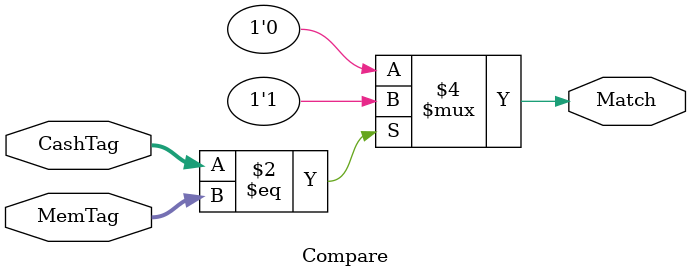
<source format=v>
module Compare#(
parameter     TAG_LENGTH                =9
)
(
input         [(TAG_LENGTH-1):0]        CashTag,
input         [(TAG_LENGTH-1):0]        MemTag,
output reg                              Match
);
	 always @*
	 begin
		if (CashTag==MemTag)begin
			Match									=1'b1;
		end else begin
			Match									=1'b0;
		end
	 end
endmodule

</source>
